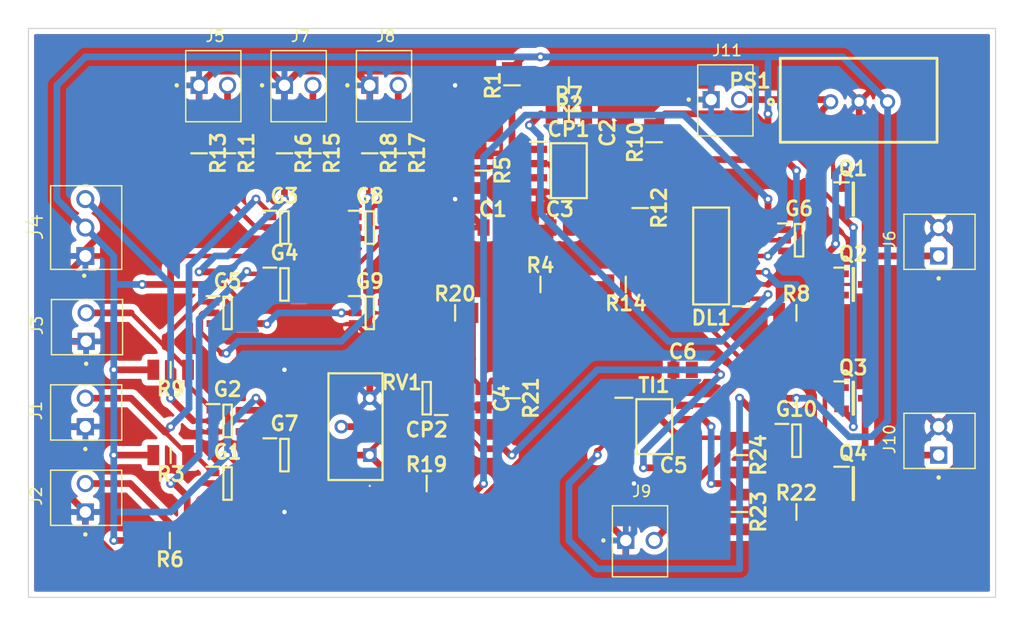
<source format=kicad_pcb>
(kicad_pcb (version 20211014) (generator pcbnew)
  (title_block (title "TSAL") (date "2022-12-04") (rev "V1.0") (company "EPSA"))
  (layers (0 "F.Cu" signal) (31 "B.Cu" signal) (34 "B.Paste" user) (35 "F.Paste" user) (36 "B.SilkS" user "B.Silkscreen") (37 "F.SilkS" user "F.Silkscreen") (38 "B.Mask" user) (39 "F.Mask" user) (44 "Edge.Cuts" user))
  (net 0 "")
  (net 1 "0")
  (net 2 "Net-(C1-Pad2)")
  (net 3 "+5V")
  (net 4 "Net-(C3-Pad2)")
  (net 5 "Net-(C4-Pad1)")
  (net 6 "Net-(C5-Pad2)")
  (net 7 "Net-(C6-Pad2)")
  (net 8 "CLR")
  (net 9 "mid Pot")
  (net 10 "PRE")
  (net 11 "SCS del")
  (net 12 "Net-(CP2-Pad3)")
  (net 13 "SCS")
  (net 17 "AIR 1")
  (net 18 "AIR 2")
  (net 19 "PreCharge")
  (net 20 "VoltageAIR")
  (net 21 "Int AIR 1")
  (net 22 "Net-(G3-Pad4)")
  (net 23 "Int AIR 2")
  (net 24 "Net-(G4-Pad4)")
  (net 25 "Int PreCharge")
  (net 26 "Net-(G5-Pad4)")
  (net 27 "Lightning cond")
  (net 28 "Net-(G6-Pad4)")
  (net 29 "Net-(G8-Pad4)")
  (net 30 "SCS log")
  (net 31 "Clign")
  (net 32 "Net-(G10-Pad4)")
  (net 33 "Net-(J5-Pad2)")
  (net 34 "Net-(J6-Pad1)")
  (net 35 "Net-(J7-Pad2)")
  (net 36 "Net-(J8-Pad2)")
  (net 37 "DC-Link In")
  (net 38 "Net-(J10-Pad1)")
  (net 39 "+12V")
  (net 40 "Net-(Q2-Pad2)")
  (net 41 "Net-(Q4-Pad2)")
  (net 42 "Net-(R14-Pad2)")
  (net 43 "Net-(R23-Pad1)")
  (net 44 "Net-(G7-Pad2)")
  (net 45 "Net-(G7-Pad1)")
  (footprint "EPSA_lib:RESC3216X70N" (layer "F.Cu") (at 114.3 43.18 180)
    (fp_text reference "R2")
    (fp_text value "Résistance RK73H2BLTDD2152F" hide)
  )
  (footprint "EPSA_lib:MOLEX_22-11-2022" (layer "F.Cu") (at 88.9 43.18)
    (fp_text reference "J7")
    (fp_text value "2P Droit")
  )
  (footprint "EPSA_lib:MOLEX_22-11-2032" (layer "F.Cu") (at 71.12 58.42 90)
    (fp_text reference "J4")
    (fp_text value "3P Droit")
  )
  (footprint "EPSA_lib:RESC3216X70N" (layer "F.Cu") (at 78.74 68.58 180)
    (fp_text reference "R9")
    (fp_text value "Résistance RK73H2BLTDD2152F" hide)
  )
  (footprint "EPSA_lib:RESC3216X70N" (layer "F.Cu") (at 114.3 45.72)
    (fp_text reference "R7")
    (fp_text value "Résistance RK73H2BLTDD2152F" hide)
  )
  (footprint "EPSA_lib:SOIC127P600X175-8N" (layer "F.Cu") (at 121.92 73.66)
    (fp_text reference "TI1")
    (fp_text value "Timer 555 LM555CMX_NOPB" hide)
  )
  (footprint "EPSA_lib:CAPC2012X130N" (layer "F.Cu") (at 123.64 78.74)
    (fp_text reference "C5")
    (fp_text value "Condensateur 0805Y1000104JXT" hide)
  )
  (footprint "EPSA_lib:SOT95P280X145-5N" (layer "F.Cu") (at 96.52 63.5)
    (fp_text reference "G9")
    (fp_text value "Gate AND SN74AHCT1G08DBVR" hide)
  )
  (footprint "EPSA_lib:MOLEX_22-11-2022" (layer "F.Cu") (at 127 44.4515)
    (fp_text reference "J11")
    (fp_text value "2P Droit")
  )
  (footprint "EPSA_lib:RESC3216X70N" (layer "F.Cu") (at 129.54 76.2 -90)
    (fp_text reference "R24")
    (fp_text value "Résistance RK73H2BLTDD2152F" hide)
  )
  (footprint "EPSA_lib:CAPC2012X130N" (layer "F.Cu") (at 119.38 47.44 90)
    (fp_text reference "C2")
    (fp_text value "Condensateur 0805Y1000104JXT" hide)
  )
  (footprint "EPSA_lib:RESC3216X70N" (layer "F.Cu") (at 134.62 63.5)
    (fp_text reference "R8")
    (fp_text value "Résistance RK73H2BLTDD2152F" hide)
  )
  (footprint "EPSA_lib:RESC3216X70N" (layer "F.Cu") (at 83.82 49.25 -90)
    (fp_text reference "R11")
    (fp_text value "Résistance RK73H2BLTDD2152F" hide)
  )
  (footprint "EPSA_lib:SOT95P237X112-3N" (layer "F.Cu") (at 139.7 78.74)
    (fp_text reference "Q4")
    (fp_text value "NMOS SQ2348ES-T1_GE3" hide)
  )
  (footprint "EPSA_lib:SOT95P280X145-5N" (layer "F.Cu") (at 83.82 78.74)
    (fp_text reference "G1")
    (fp_text value "Gate AND SN74AHCT1G08DBVR" hide)
  )
  (footprint "EPSA_lib:SOT95P280X145-5N" (layer "F.Cu") (at 88.9 60.96)
    (fp_text reference "G4")
    (fp_text value "Gate XOR SN74AHCT1G86DBVR" hide)
  )
  (footprint "EPSA_lib:RESC3216X70N" (layer "F.Cu") (at 134.62 81.28)
    (fp_text reference "R22")
    (fp_text value "Résistance RK73H2BLTDD2152F" hide)
  )
  (footprint "EPSA_lib:SOT95P280X145-5N" (layer "F.Cu") (at 96.52 55.88)
    (fp_text reference "G8")
    (fp_text value "Gate AND SN74AHCT1G08DBVR" hide)
  )
  (footprint "EPSA_lib:RESC3216X70N" (layer "F.Cu") (at 109.22 71.12 -90)
    (fp_text reference "R21")
    (fp_text value "Résistance RK73H2BLTDD2152F" hide)
  )
  (footprint "EPSA_lib:RESC3216X70N" (layer "F.Cu") (at 78.665 83.82 180)
    (fp_text reference "R6")
    (fp_text value "Résistance RK73H2BLTDD2152F" hide)
  )
  (footprint "EPSA_lib:RESC3216X70N" (layer "F.Cu") (at 111.76 60.96)
    (fp_text reference "R4")
    (fp_text value "Résistance RK73H2BLTDD2152F" hide)
  )
  (footprint "EPSA_lib:MOLEX_22-11-2022" (layer "F.Cu") (at 71.195 66.04 90)
    (fp_text reference "J3")
    (fp_text value "2P Droit")
  )
  (footprint "EPSA_lib:CAPC2012X130N" (layer "F.Cu") (at 106.68 71.12 -90)
    (fp_text reference "C4")
    (fp_text value "Condensateur 0805Y1000104JXT" hide)
  )
  (footprint "EPSA_lib:RESC3216X70N" (layer "F.Cu") (at 99.06 49.25 -90)
    (fp_text reference "R17")
    (fp_text value "Résistance RK73H2BLTDD2152F" hide)
  )
  (footprint "EPSA_lib:SOT95P237X112-3N" (layer "F.Cu") (at 139.7 60.96)
    (fp_text reference "Q2")
    (fp_text value "NMOS SQ2348ES-T1_GE3" hide)
  )
  (footprint "EPSA_lib:SOT95P280X145-5N" (layer "F.Cu") (at 134.62 74.9139)
    (fp_text reference "G10")
    (fp_text value "Gate NAND SN74AHCT1G00DBVR" hide)
  )
  (footprint "EPSA_lib:CAPC2012X130N" (layer "F.Cu") (at 107.5 55.88)
    (fp_text reference "C1")
    (fp_text value "Condensateur 0805Y1000104JXT" hide)
  )
  (footprint "EPSA_lib:CAPC2012X130N" (layer "F.Cu") (at 124.46 68.58)
    (fp_text reference "C6")
    (fp_text value "Condensateur 0805Y1000104JXT" hide)
  )
  (footprint "EPSA_lib:SOT95P280X145-5N" (layer "F.Cu") (at 83.82 63.5)
    (fp_text reference "G5")
    (fp_text value "Gate XOR SN74AHCT1G86DBVR" hide)
  )
  (footprint "EPSA_lib:RESC3216X70N" (layer "F.Cu") (at 119.38 60.96 180)
    (fp_text reference "R14")
    (fp_text value "Résistance RK73H2BLTDD2152F" hide)
  )
  (footprint "EPSA_lib:SOT95P280X145-5N" (layer "F.Cu") (at 134.853922 57.012203)
    (fp_text reference "G6")
    (fp_text value "Gate NAND SN74AHCT1G00DBVR" hide)
  )
  (footprint "EPSA_lib:SOIC127P600X175-14N" (layer "F.Cu") (at 127 58.42 180)
    (fp_text reference "DL1")
    (fp_text value "Bascule D SN74HCS72QDRQ1" hide)
  )
  (footprint "EPSA_lib:SOT95P237X112-3N" (layer "F.Cu") (at 139.7 53.34)
    (fp_text reference "Q1")
    (fp_text value "PMOS SI2343CDS-T1-GE3" hide)
  )
  (footprint "EPSA_lib:MOLEX_22-11-2022" (layer "F.Cu") (at 71.12 73.66 90)
    (fp_text reference "J1")
    (fp_text value "2P Droit")
  )
  (footprint "EPSA_lib:MOLEX_22-11-2022" (layer "F.Cu") (at 81.28 43.18)
    (fp_text reference "J5")
    (fp_text value "2P Droit ")
  )
  (footprint "EPSA_lib:RESC3216X70N" (layer "F.Cu") (at 109.22 43.18 90)
    (fp_text reference "R1")
    (fp_text value "Résistance RK73H2BLTDD2152F" hide)
  )
  (footprint "EPSA_lib:CAPC2012X130N" (layer "F.Cu") (at 113.48 55.88)
    (fp_text reference "C3")
    (fp_text value "Condensateur 0805Y1000104JXT" hide)
  )
  (footprint "EPSA_lib:SOT95P280X145-5N" (layer "F.Cu") (at 88.9 76.2)
    (fp_text reference "G7")
    (fp_text value "Gate AND SN74AHCT1G08DBVR" hide)
  )
  (footprint "EPSA_lib:SOIC127P600X175-8N" (layer "F.Cu") (at 114.3 50.8)
    (fp_text reference "CP1")
    (fp_text value "Comparateur Double LM393LVDR" hide)
  )
  (footprint "EPSA_lib:SOT95P280X145-5N" (layer "F.Cu") (at 101.6 71.12 180)
    (fp_text reference "CP2")
    (fp_text value "Comparateur TS391ILT" hide)
  )
  (footprint "EPSA_lib:MOLEX_22-11-2022" (layer "F.Cu") (at 71.12 81.28 90)
    (fp_text reference "J2")
    (fp_text value "2P Droit")
  )
  (footprint "EPSA_lib:MOLEX_22-11-2022" (layer "F.Cu") (at 119.38 83.82)
    (fp_text reference "J9")
    (fp_text value "2P Droit")
  )
  (footprint "EPSA_lib:SOT95P237X112-3N" (layer "F.Cu") (at 139.7 71.12)
    (fp_text reference "Q3")
    (fp_text value "PMOS SI2343CDS-T1-GE3" hide)
  )
  (footprint "EPSA_lib:SOT95P280X145-5N" (layer "F.Cu") (at 83.82 73.142567)
    (fp_text reference "G2")
    (fp_text value "Gate AND SN74AHCT1G08DBVR" hide)
  )
  (footprint "EPSA_lib:RESC3216X70N" (layer "F.Cu") (at 96.52 49.25 -90)
    (fp_text reference "R18")
    (fp_text value "Résistance RK73H2BLTDD2152F" hide)
  )
  (footprint "EPSA_lib:RESC3216X70N" (layer "F.Cu") (at 88.9 49.25 -90)
    (fp_text reference "R16")
    (fp_text value "Résistance RK73H2BLTDD2152F" hide)
  )
  (footprint "EPSA_lib:RESC3216X70N" (layer "F.Cu") (at 81.28 49.25 -90)
    (fp_text reference "R13")
    (fp_text value "Résistance RK73H2BLTDD2152F" hide)
  )
  (footprint "EPSA_lib:3296Y1223LF" (layer "F.Cu") (at 96.52 76.2)
    (fp_text reference "RV1")
    (fp_text value "Varystor 3296Y-1-223LF" hide)
  )
  (footprint "EPSA_lib:RESC3216X70N" (layer "F.Cu") (at 120.664 54.136222 -90)
    (fp_text reference "R12")
    (fp_text value "Résistance RK73H2BLTDD2152F" hide)
  )
  (footprint "EPSA_lib:RESC3216X70N" (layer "F.Cu") (at 129.54 81.28 -90)
    (fp_text reference "R23")
    (fp_text value "Résistance RK73H2BLTDD2152F" hide)
  )
  (footprint "EPSA_lib:RESC3216X70N" (layer "F.Cu") (at 78.74 76.2 180)
    (fp_text reference "R3")
    (fp_text value "Résistance RK73H2BLTDD2152F" hide)
  )
  (footprint "EPSA_lib:RESC3216X70N" (layer "F.Cu") (at 104.14 63.5)
    (fp_text reference "R20")
    (fp_text value "Résistance RK73H2BLTDD2152F" hide)
  )
  (footprint "EPSA_lib:RESC3216X70N" (layer "F.Cu") (at 91.44 49.25 -90)
    (fp_text reference "R15")
    (fp_text value "Résistance RK73H2BLTDD2152F" hide)
  )
  (footprint "EPSA_lib:MOLEX_22-11-2022" (layer "F.Cu") (at 96.52 43.18)
    (fp_text reference "J8")
    (fp_text value "2P Droit")
  )
  (footprint "EPSA_lib:RESC3216X70N" (layer "F.Cu") (at 106.68 50.8 -90)
    (fp_text reference "R5")
    (fp_text value "Résistance RK73H2BLTDD2152F" hide)
  )
  (footprint "EPSA_lib:MOLEX_22-11-2022" (layer "F.Cu") (at 147.32 58.42 90)
    (fp_text reference "J6")
    (fp_text value "2P Droit")
  )
  (footprint "EPSA_lib:MOLEX_22-11-2022" (layer "F.Cu") (at 147.32 76.2 90)
    (fp_text reference "J10")
    (fp_text value "2P Droit")
  )
  (footprint "EPSA_lib:RESC3216X70N" (layer "F.Cu") (at 101.6 78.74)
    (fp_text reference "R19")
    (fp_text value "Résistance RK73H2BLTDD2152F" hide)
  )
  (footprint "EPSA_lib:RESC3216X70N" (layer "F.Cu") (at 121.92 48.26 90)
    (fp_text reference "R10")
    (fp_text value "Résistance RK73H2BLTDD2152F" hide)
  )
  (footprint "EPSA_lib:TSR-2" (layer "F.Cu") (at 133.17768 40.763)
    (fp_text reference "PS1")
    (fp_text value "Alim HP TSR_2-2450" hide)
  )
  (footprint "EPSA_lib:SOT95P280X145-5N" (layer "F.Cu") (at 88.9 55.88)
    (fp_text reference "G3")
    (fp_text value "Gate XOR SN74AHCT1G86DBVR" hide)
  )
  (gr_rect (start 66.04 38.1) (end 152.4 88.9) (layer "Edge.Cuts") (width 0.1) (fill none))
  (segment (start 102.9 71.12) (end 105.23 71.12) (width 0.4) (layer "F.Cu") (net 1))
  (segment (start 86.36 66.04) (end 83.82 68.58) (width 0.6) (layer "F.Cu") (net 1))
  (segment (start 120.664 52.586222) (end 127.688222 52.586222) (width 0.6) (layer "F.Cu") (net 1))
  (segment (start 96.52 65.75) (end 95.22 64.45) (width 0.4) (layer "F.Cu") (net 1))
  (segment (start 88.9 68.58) (end 88.9 66.04) (width 0.6) (layer "F.Cu") (net 1))
  (segment (start 83.82 68.58) (end 83.82 73.66) (width 0.4) (layer "F.Cu") (net 1))
  (segment (start 149.86 76.19) (end 149.86 71.12) (width 0.6) (layer "F.Cu") (net 1))
  (segment (start 122.384 68.58) (end 119.209 71.755) (width 0.6) (layer "F.Cu") (net 1))
  (segment (start 96.52 43.18) (end 95.255 41.915) (width 0.6) (layer "F.Cu") (net 1))
  (segment (start 106.68 71.94) (end 108.49 71.94) (width 0.4) (layer "F.Cu") (net 1))
  (segment (start 101.6 43.19) (end 102.875 41.915) (width 0.6) (layer "F.Cu") (net 1))
  (segment (start 71.12 81.28) (end 68.58 78.74) (width 0.6) (layer "F.Cu") (net 1))
  (segment (start 127 43.18) (end 129.54 40.64) (width 0.6) (layer "F.Cu") (net 1))
  (segment (start 87.6 56.83) (end 87.535 56.895) (width 0.6) (layer "F.Cu") (net 1))
  (segment (start 71.12 58.42) (end 71.12 57.86) (width 0.6) (layer "F.Cu") (net 1))
  (segment (start 114.3 78.74) (end 114.3 73.66) (width 0.6) (layer "F.Cu") (net 1))
  (segment (start 96.52 43.18) (end 96.52 47.7) (width 0.6) (layer "F.Cu") (net 1))
  (segment (start 68.58 73.66) (end 68.58 66.04) (width 0.6) (layer "F.Cu") (net 1))
  (segment (start 87.535 56.895) (end 79.755 56.895) (width 0.4) (layer "F.Cu") (net 1))
  (segment (start 90.165 41.915) (end 88.9 43.18) (width 0.6) (layer "F.Cu") (net 1))
  (segment (start 130.79 86.36) (end 119.38 86.36) (width 0.6) (layer "F.Cu") (net 1))
  (segment (start 133.553922 59.486078) (end 132.08 60.96) (width 0.6) (layer "F.Cu") (net 1))
  (segment (start 116.205 71.755) (end 119.209 71.755) (width 0.4) (layer "F.Cu") (net 1))
  (segment (start 102.875 41.915) (end 104.14 43.18) (width 0.6) (layer "F.Cu") (net 1))
  (segment (start 136.20468 40.64) (end 140.21768 44.653) (width 0.6) (layer "F.Cu") (net 1))
  (segment (start 68.58 60.96) (end 68.58 66.04) (width 0.6) (layer "F.Cu") (net 1))
  (segment (start 68.58 78.74) (end 68.58 73.66) (width 0.6) (layer "F.Cu") (net 1))
  (segment (start 134.47 82.68) (end 130.79 86.36) (width 0.6) (layer "F.Cu") (net 1))
  (segment (start 133.07 81.28) (end 133.07 76.1139) (width 0.4) (layer "F.Cu") (net 1))
  (segment (start 95.22 64.45) (end 93.63 66.04) (width 0.4) (layer "F.Cu") (net 1))
  (segment (start 134.47 82.68) (end 143.37 82.68) (width 0.6) (layer "F.Cu") (net 1))
  (segment (start 95.255 41.915) (end 90.165 41.915) (width 0.6) (layer "F.Cu") (net 1))
  (segment (start 149.86 71.12) (end 149.86 58.42) (width 0.6) (layer "F.Cu") (net 1))
  (segment (start 123.64 68.58) (end 122.384 68.58) (width 0.6) (layer "F.Cu") (net 1))
  (segment (start 105.69 49.25) (end 104.14 50.8) (width 0.6) (layer "F.Cu") (net 1))
  (segment (start 112.66 55.88) (end 112.66 53.776) (width 0.6) (layer "F.Cu") (net 1))
  (segment (start 147.32 73.66) (end 139.7 66.04) (width 0.6) (layer "F.Cu") (net 1))
  (segment (start 87.6 79.98) (end 88.9 81.28) (width 0.6) (layer "F.Cu") (net 1))
  (segment (start 87.6 61.91) (end 88.9 63.21) (width 0.4) (layer "F.Cu") (net 1))
  (segment (start 71.12 57.86) (end 75.92 53.06) (width 0.6) (layer "F.Cu") (net 1))
  (segment (start 109.22 72.67) (end 110.12 73.57) (width 0.6) (layer "F.Cu") (net 1))
  (segment (start 87.6 79.085) (end 86.195 80.49) (width 0.4) (layer "F.Cu") (net 1))
  (segment (start 119.38 83.82) (end 114.3 78.74) (width 0.6) (layer "F.Cu") (net 1))
  (segment (start 106.68 60.96) (end 106.68 55.88) (width 0.6) (layer "F.Cu") (net 1))
  (segment (start 110.21 73.66) (end 110.12 73.57) (width 0.6) (layer "F.Cu") (net 1))
  (segment (start 73.787207 85.22) (end 71.12 82.552793) (width 0.6) (layer "F.Cu") (net 1))
  (segment (start 119.38 86.36) (end 119.38 83.82) (width 0.6) (layer "F.Cu") (net 1))
  (segment (start 88.9 66.04) (end 86.36 66.04) (width 0.6) (layer "F.Cu") (net 1))
  (segment (start 71.195 66.04) (end 68.58 66.04) (width 0.6) (layer "F.Cu") (net 1))
  (segment (start 111.76 63.5) (end 109.22 63.5) (width 0.6) (layer "F.Cu") (net 1))
  (segment (start 95.22 56.83) (end 96.145 56.83) (width 0.4) (layer "F.Cu") (net 1))
  (segment (start 119.29 46.62) (end 117.615 44.945) (width 0.6) (layer "F.Cu") (net 1))
  (segment (start 117.615 44.945) (end 119.38 43.18) (width 0.6) (layer "F.Cu") (net 1))
  (segment (start 96.745 54.14) (end 97.935685 52.949315) (width 0.4) (layer "F.Cu") (net 1))
  (segment (start 106.68 55.88) (end 104.14 53.34) (width 0.6) (layer "F.Cu") (net 1))
  (segment (start 143.37 82.68) (end 149.86 76.19) (width 0.6) (layer "F.Cu") (net 1))
  (segment (start 106.68 49.25) (end 105.69 49.25) (width 0.6) (layer "F.Cu") (net 1))
  (segment (start 119.38 43.18) (end 127 43.18) (width 0.6) (layer "F.Cu") (net 1))
  (segment (start 105.412793 81.28) (end 88.9 81.28) (width 0.6) (layer "F.Cu") (net 1))
  (segment (start 88.9 63.21) (end 88.9 66.04) (width 0.6) (layer "F.Cu") (net 1))
  (segment (start 106.05 71.94) (end 106.68 71.94) (width 0.6) (layer "F.Cu") (net 1))
  (segment (start 140.21768 48.77768) (end 147.32 55.88) (width 0.6) (layer "F.Cu") (net 1))
  (segment (start 129.54 40.64) (end 136.20468 40.64) (width 0.6) (layer "F.Cu") (net 1))
  (segment (start 104.14 50.8) (end 104.14 53.34) (width 0.6) (layer "F.Cu") (net 1))
  (segment (start 114.3 73.66) (end 110.21 73.66) (width 0.6) (layer "F.Cu") (net 1))
  (segment (start 81.28 43.18) (end 81.28 47.7) (width 0.6) (layer "F.Cu") (net 1))
  (segment (start 139.7 66.04) (end 134.62 66.04) (width 0.6) (layer "F.Cu") (net 1))
  (segment (start 86.195 80.49) (end 84.61 80.49) (width 0.4) (layer "F.Cu") (net 1))
  (segment (start 96.745 56.23) (end 96.745 54.14) (width 0.4) (layer "F.Cu") (net 1))
  (segment (start 147.32 73.66) (end 149.86 71.12) (width 0.6) (layer "F.Cu") (net 1))
  (segment (start 82.545 41.915) (end 81.28 43.18) (width 0.6) (layer "F.Cu") (net 1))
  (segment (start 134.62 66.04) (end 133.07 64.49) (width 0.6) (layer "F.Cu") (net 1))
  (segment (start 110.12 76.572793) (end 105.412793 81.28) (width 0.6) (layer "F.Cu") (net 1))
  (segment (start 111.76 56.78) (end 111.76 63.5) (width 0.6) (layer "F.Cu") (net 1))
  (segment (start 110.12 73.57) (end 110.12 76.572793) (width 0.6) (layer "F.Cu") (net 1))
  (segment (start 133.07 76.1139) (end 133.32 75.8639) (width 0.4) (layer "F.Cu") (net 1))
  (segment (start 127 44.4515) (end 127 43.18) (width 0.6) (layer "F.Cu") (net 1))
  (segment (start 96.52 71.12) (end 96.52 65.75) (width 0.6) (layer "F.Cu") (net 1))
  (segment (start 117.615 44.945) (end 115.85 43.18) (width 0.4) (layer "F.Cu") (net 1))
  (segment (start 93.63 66.04) (end 88.9 66.04) (width 0.6) (layer "F.Cu") (net 1))
  (segment (start 71.12 58.42) (end 68.58 60.96) (width 0.6) (layer "F.Cu") (net 1))
  (segment (start 71.12 82.552793) (end 71.12 81.28) (width 0.6) (layer "F.Cu") (net 1))
  (segment (start 120.664 52.586222) (end 122.384 54.306222) (width 0.6) (layer "F.Cu") (net 1))
  (segment (start 83.82 73.66) (end 83.387433 74.092567) (width 0.4) (layer "F.Cu") (net 1))
  (segment (start 105.23 71.12) (end 106.05 71.94) (width 0.4) (layer "F.Cu") (net 1))
  (segment (start 87.6 79.085) (end 87.6 79.98) (width 0.6) (layer "F.Cu") (net 1))
  (segment (start 88.9 43.18) (end 88.9 47.7) (width 0.6) (layer "F.Cu") (net 1))
  (segment (start 87.6 77.15) (end 87.6 79.085) (width 0.6) (layer "F.Cu") (net 1))
  (segment (start 84.61 80.49) (end 84.61 81.85) (width 0.6) (layer "F.Cu") (net 1))
  (segment (start 84.61 81.85) (end 81.24 85.22) (width 0.6) (layer "F.Cu") (net 1))
  (segment (start 133.553922 57.962203) (end 133.553922 59.486078) (width 0.4) (layer "F.Cu") (net 1))
  (segment (start 140.21768 44.653) (end 140.21768 48.77768) (width 0.6) (layer "F.Cu") (net 1))
  (segment (start 97.935685 52.949315) (end 99.335685 52.949315) (width 0.6) (layer "F.Cu") (net 1))
  (segment (start 127.688222 52.586222) (end 129.712 54.61) (width 0.4) (layer "F.Cu") (net 1))
  (segment (start 108.49 71.94) (end 109.22 72.67) (width 0.4) (layer "F.Cu") (net 1))
  (segment (start 114.3 73.66) (end 116.205 71.755) (width 0.6) (layer "F.Cu") (net 1))
  (segment (start 122.82 78.74) (end 120.1085 78.74) (width 0.6) (layer "F.Cu") (net 1))
  (segment (start 71.12 73.66) (end 68.58 73.66) (width 0.6) (layer "F.Cu") (net 1))
  (segment (start 133.07 59.97) (end 133.553922 59.486078) (width 0.6) (layer "F.Cu") (net 1))
  (segment (start 133.07 81.28) (end 134.47 82.68) (width 0.6) (layer "F.Cu") (net 1))
  (segment (start 88.9 43.18) (end 87.635 41.915) (width 0.6) (layer "F.Cu") (net 1))
  (segment (start 133.07 63.5) (end 133.07 59.97) (width 0.6) (layer "F.Cu") (net 1))
  (segment (start 83.387433 74.092567) (end 82.52 74.092567) (width 0.4) (layer "F.Cu") (net 1))
  (segment (start 112.66 53.776) (end 111.589 52.705) (width 0.4) (layer "F.Cu") (net 1))
  (segment (start 83.82 66.04) (end 82.52 64.74) (width 0.4) (layer "F.Cu") (net 1))
  (segment (start 83.32 80.49) (end 82.52 79.69) (width 0.4) (layer "F.Cu") (net 1))
  (segment (start 81.24 85.22) (end 73.787207 85.22) (width 0.6) (layer "F.Cu") (net 1))
  (segment (start 86.36 66.04) (end 83.82 66.04) (width 0.6) (layer "F.Cu") (net 1))
  (segment (start 87.635 41.915) (end 82.545 41.915) (width 0.6) (layer "F.Cu") (net 1))
  (segment (start 112.66 55.88) (end 111.76 56.78) (width 0.6) (layer "F.Cu") (net 1))
  (segment (start 84.61 80.49) (end 83.32 80.49) (width 0.4) (layer "F.Cu") (net 1))
  (segment (start 79.755 56.895) (end 75.92 53.06) (width 0.6) (layer "F.Cu") (net 1))
  (segment (start 75.92 53.06) (end 81.28 47.7) (width 0.6) (layer "F.Cu") (net 1))
  (segment (start 119.38 46.62) (end 119.29 46.62) (width 0.6) (layer "F.Cu") (net 1))
  (segment (start 99.335685 52.949315) (end 101.6 50.685) (width 0.6) (layer "F.Cu") (net 1))
  (segment (start 101.6 50.685) (end 101.6 43.19) (width 0.6) (layer "F.Cu") (net 1))
  (segment (start 149.86 58.42) (end 147.32 55.88) (width 0.6) (layer "F.Cu") (net 1))
  (segment (start 122.384 54.306222) (end 122.384 68.58) (width 0.6) (layer "F.Cu") (net 1))
  (segment (start 132.08 60.96) (end 129.712 60.96) (width 0.4) (layer "F.Cu") (net 1))
  (segment (start 109.22 63.5) (end 106.68 60.96) (width 0.6) (layer "F.Cu") (net 1))
  (segment (start 95.255 41.915) (end 102.875 41.915) (width 0.6) (layer "F.Cu") (net 1))
  (segment (start 96.145 56.83) (end 96.745 56.23) (width 0.4) (layer "F.Cu") (net 1))
  (segment (start 133.07 64.49) (end 133.07 63.5) (width 0.6) (layer "F.Cu") (net 1))
  (segment (start 82.52 64.74) (end 82.52 64.45) (width 0.4) (layer "F.Cu") (net 1))
  (via (at 88.9 81.28) (size 0.8) (drill 0.4) (layers "F.Cu" "B.Cu") (net 1))
  (via (at 104.14 43.18) (size 0.8) (drill 0.4) (layers "F.Cu" "B.Cu") (net 1))
  (via (at 104.14 53.34) (size 0.8) (drill 0.4) (layers "F.Cu" "B.Cu") (net 1))
  (via (at 88.9 68.58) (size 0.8) (drill 0.4) (layers "F.Cu" "B.Cu") (net 1))
  (via (at 120.1085 78.74) (size 0.8) (drill 0.4) (layers "F.Cu" "B.Cu") (net 1))
  (segment (start 88.9 81.28) (end 88.9 68.58) (width 0.6) (layer "B.Cu") (net 1))
  (segment (start 104.14 43.18) (end 104.14 53.34) (width 0.6) (layer "B.Cu") (net 1))
  (segment (start 120.1085 83.0915) (end 119.38 83.82) (width 0.6) (layer "B.Cu") (net 1))
  (segment (start 120.1085 78.74) (end 120.1085 83.0915) (width 0.6) (layer "B.Cu") (net 1))
  (segment (start 108.32 53.99) (end 108.32 55.88) (width 0.6) (layer "F.Cu") (net 2))
  (segment (start 107.595 51.435) (end 106.68 52.35) (width 0.6) (layer "F.Cu") (net 2))
  (segment (start 110.21 60.96) (end 110.21 57.77) (width 0.6) (layer "F.Cu") (net 2))
  (segment (start 106.68 52.35) (end 108.32 53.99) (width 0.6) (layer "F.Cu") (net 2))
  (segment (start 110.21 57.77) (end 108.32 55.88) (width 0.6) (layer "F.Cu") (net 2))
  (segment (start 111.589 51.435) (end 107.595 51.435) (width 0.4) (layer "F.Cu") (net 2))
  (segment (start 78.74 59.5175) (end 79.8375 58.42) (width 0.6) (layer "F.Cu") (net 3))
  (segment (start 102.55 48.3) (end 105.905 44.945) (width 0.6) (layer "F.Cu") (net 3))
  (segment (start 136.153922 56.062203) (end 136.153922 51.061129) (width 0.4) (layer "F.Cu") (net 3))
  (segment (start 130.5361 68.58) (end 130.5361 68.4781) (width 0.6) (layer "F.Cu") (net 3))
  (segment (start 135.92 73.9639) (end 132.57805 70.62195) (width 0.6) (layer "F.Cu") (net 3))
  (segment (start 97.82 62.55) (end 98.095 62.55) (width 0.6) (layer "F.Cu") (net 3))
  (segment (start 97.82 54.93) (end 102.55 54.93) (width 0.4) (layer "F.Cu") (net 3))
  (segment (start 85.12 72.192567) (end 87.142567 72.192567) (width 0.6) (layer "F.Cu") (net 3))
  (segment (start 132.716397 47.623603) (end 132.08 46.987206) (width 0.6) (layer "F.Cu") (net 3))
  (segment (start 115.85 45.72) (end 115.85 47.734) (width 0.4) (layer "F.Cu") (net 3))
  (segment (start 105.905 44.945) (end 109.22 41.63) (width 0.6) (layer "F.Cu") (net 3))
  (segment (start 91.15 76.2) (end 90.2 75.25) (width 0.6) (layer "F.Cu") (net 3))
  (segment (start 132.716397 47.623603) (end 130.812793 45.72) (width 0.6) (layer "F.Cu") (net 3))
  (segment (start 130.812793 45.72) (end 122.91 45.72) (width 0.6) (layer "F.Cu") (net 3))
  (segment (start 73.66 76.2) (end 77.19 76.2) (width 0.6) (layer "F.Cu") (net 3))
  (segment (start 85.12 77.5) (end 83.82 76.2) (width 0.4) (layer "F.Cu") (net 3))
  (segment (start 132.08 46.987206) (end 132.08 45.72) (width 0.6) (layer "F.Cu") (net 3))
  (segment (start 132.57805 70.62195) (end 133.0761 71.12) (width 0.6) (layer "F.Cu") (net 3))
  (segment (start 130.5361 68.4781) (end 124.288 62.23) (width 0.4) (layer "F.Cu") (net 3))
  (segment (start 100.05 78.74) (end 99.06 78.74) (width 0.6) (layer "F.Cu") (net 3))
  (segment (start 86.36 71.12) (end 87.142567 71.902567) (width 0.6) (layer "F.Cu") (net 3))
  (segment (start 122.91 45.72) (end 121.92 46.71) (width 0.6) (layer "F.Cu") (net 3))
  (segment (start 110.21 40.64) (end 111.76 40.64) (width 0.6) (layer "F.Cu") (net 3))
  (segment (start 85.12 77.79) (end 85.12 77.5) (width 0.6) (layer "F.Cu") (net 3))
  (segment (start 130.5361 68.58) (end 127.3611 71.755) (width 0.6) (layer "F.Cu") (net 3))
  (segment (start 78.74 60.615) (end 78.74 59.5175) (width 0.6) (layer "F.Cu") (net 3))
  (segment (start 88.61 58.42) (end 88.755 58.565) (width 0.4) (layer "F.Cu") (net 3))
  (segment (start 96.52 76.2) (end 91.15 76.2) (width 0.6) (layer "F.Cu") (net 3))
  (segment (start 117.011 48.895) (end 118.745 48.895) (width 0.4) (layer "F.Cu") (net 3))
  (segment (start 96.52 75.85) (end 100.3 72.07) (width 0.4) (layer "F.Cu") (net 3))
  (segment (start 87.142567 71.902567) (end 87.142567 72.192567) (width 0.6) (layer "F.Cu") (net 3))
  (segment (start 79.8375 58.42) (end 88.61 58.42) (width 0.4) (layer "F.Cu") (net 3))
  (segment (start 73.66 83.82) (end 77.115 83.82) (width 0.6) (layer "F.Cu") (net 3))
  (segment (start 87.142567 72.192567) (end 91.15 76.2) (width 0.6) (layer "F.Cu") (net 3))
  (segment (start 85.12 62.55) (end 83.53 60.96) (width 0.4) (layer "F.Cu") (net 3))
  (segment (start 99.06 61.585) (end 99.06 56.17) (width 0.4) (layer "F.Cu") (net 3))
  (segment (start 119.38 48.26) (end 120.37 48.26) (width 0.6) (layer "F.Cu") (net 3))
  (segment (start 90.2 54.93) (end 89.85 54.93) (width 0.6) (layer "F.Cu") (net 3))
  (segment (start 99.06 78.74) (end 96.52 76.2) (width 0.6) (layer "F.Cu") (net 3))
  (segment (start 98.095 62.55) (end 99.06 61.585) (width 0.4) (layer "F.Cu") (net 3))
  (segment (start 120.37 48.26) (end 121.92 46.71) (width 0.6) (layer "F.Cu") (net 3))
  (segment (start 96.52 76.2) (end 96.52 75.85) (width 0.6) (layer "F.Cu") (net 3))
  (segment (start 133.0761 71.12) (end 134.62 71.12) (width 0.6) (layer "F.Cu") (net 3))
  (segment (start 99.06 56.17) (end 97.82 54.93) (width 0.4) (layer "F.Cu") (net 3))
  (segment (start 105.905 44.945) (end 110.21 40.64) (width 0.6) (layer "F.Cu") (net 3))
  (segment (start 89.85 54.93) (end 88.755 56.025) (width 0.4) (layer "F.Cu") (net 3))
  (segment (start 102.55 54.93) (end 102.55 48.3) (width 0.6) (layer "F.Cu") (net 3))
  (segment (start 118.745 48.895) (end 119.38 48.26) (width 0.6) (layer "F.Cu") (net 3))
  (segment (start 88.755 58.565) (end 90.2 60.01) (width 0.4) (layer "F.Cu") (net 3))
  (segment (start 132.57805 70.62195) (end 130.5361 68.58) (width 0.6) (layer "F.Cu") (net 3))
  (segment (start 136.153922 51.061129) (end 132.716397 47.623603) (width 0.4) (layer "F.Cu") (net 3))
  (segment (start 83.53 60.96) (end 76.2 60.96) (width 0.6) (layer "F.Cu") (net 3))
  (segment (start 88.755 56.025) (end 88.755 58.565) (width 0.4) (layer "F.Cu") (net 3))
  (segment (start 73.66 68.58) (end 77.19 68.58) (width 0.6) (layer "F.Cu") (net 3))
  (segment (start 127.3611 71.755) (end 124.631 71.755) (width 0.4) (layer "F.Cu") (net 3))
  (segment (start 115.85 47.734) (end 117.011 48.895) (width 0.4) (layer "F.Cu") (net 3))
  (via (at 73.66 76.2) (size 0.8) (drill 0.4) (layers "F.Cu" "B.Cu") (net 3))
  (via (at 83.82 76.2) (size 0.8) (drill 0.4) (layers "F.Cu" "B.Cu") (net 3))
  (via (at 86.36 71.12) (size 0.8) (drill 0.4) (layers "F.Cu" "B.Cu") (net 3))
  (via (at 132.08 45.72) (size 0.8) (drill 0.4) (layers "F.Cu" "B.Cu") (net 3))
  (via (at 111.76 40.64) (size 0.8) (drill 0.4) (layers "F.Cu" "B.Cu") (net 3))
  (via (at 73.66 83.82) (size 0.8) (drill 0.4) (layers "F.Cu" "B.Cu") (net 3))
  (via (at 76.2 60.96) (size 0.8) (drill 0.4) (layers "F.Cu" "B.Cu") (net 3))
  (via (at 73.66 68.58) (size 0.8) (drill 0.4) (layers "F.Cu" "B.Cu") (net 3))
  (via (at 134.62 71.12) (size 0.8) (drill 0.4) (layers "F.Cu" "B.Cu") (net 3))
  (segment (start 139.327207 74.56) (end 141.34 74.56) (width 0.6) (layer "B.Cu") (net 3))
  (segment (start 76.2 60.96) (end 73.66 60.96) (width 0.6) (layer "B.Cu") (net 3))
  (segment (start 111.76 40.64) (end 71.12 40.64) (width 0.6) (layer "B.Cu") (net 3))
  (segment (start 73.66 68.58) (end 73.66 76.2) (width 0.6) (layer "B.Cu") (net 3))
  (segment (start 83.82 73.66) (end 86.36 71.12) (width 0.6) (layer "B.Cu") (net 3))
  (segment (start 83.82 76.2) (end 83.82 73.66) (width 0.6) (layer "B.Cu") (net 3))
  (segment (start 138.74468 40.64) (end 111.76 40.64) (width 0.6) (layer "B.Cu") (net 3))
  (segment (start 73.66 78.74) (end 73.66 83.82) (width 0.6) (layer "B.Cu") (net 3))
  (segment (start 83.82 76.2) (end 78.74 81.28) (width 0.6) (layer "B.Cu") (net 3))
  (segment (start 73.66 60.96) (end 73.66 68.58) (width 0.6) (layer "B.Cu") (net 3))
  (segment (start 73.66 76.2) (end 73.66 78.74) (width 0.6) (layer "B.Cu") (net 3))
  (segment (start 135.887207 71.12) (end 139.327207 74.56) (width 0.6) (layer "B.Cu") (net 3))
  (segment (start 142.75768 73.14232) (end 142.75768 44.653) (width 0.6) (layer "B.Cu") (net 3))
  (segment (start 71.12 55.88) (end 73.66 58.42) (width 0.6) (layer "B.Cu") (net 3))
  (segment (start 132.08 45.72) (end 132.08 40.64) (width 0.6) (layer "B.Cu") (net 3))
  (segment (start 68.58 43.18) (end 68.58 53.34) (width 0.6) (layer "B.Cu") (net 3))
  (segment (start 73.66 58.42) (end 73.66 60.96) (width 0.6) (layer "B.Cu") (net 3))
  (segment (start 141.34 74.56) (end 142.75768 73.14232) (width 0.6) (layer "B.Cu") (net 3))
  (segment (start 68.58 53.34) (end 71.12 55.88) (width 0.6) (layer "B.Cu") (net 3))
  (segment (start 134.62 71.12) (end 135.887207 71.12) (width 0.6) (layer "B.Cu") (net 3))
  (segment (start 142.75768 44.653) (end 138.74468 40.64) (width 0.6) (layer "B.Cu") (net 3))
  (segment (start 71.12 40.64) (end 68.58 43.18) (width 0.6) (layer "B.Cu") (net 3))
  (segment (start 78.74 81.28) (end 73.66 81.28) (width 0.6) (layer "B.Cu") (net 3))
  (segment (start 117.682778 52.705) (end 120.664 55.686222) (width 0.4) (layer "F.Cu") (net 4))
  (segment (start 120.664 55.686222) (end 120.664 60.694) (width 0.6) (layer "F.Cu") (net 4))
  (segment (start 117.011 52.705) (end 117.682778 52.705) (width 0.6) (layer "F.Cu") (net 4))
  (segment (start 117.011 52.705) (end 117.011 53.169) (width 0.4) (layer "F.Cu") (net 4))
  (segment (start 120.664 60.694) (end 120.93 60.96) (width 0.6) (layer "F.Cu") (net 4))
  (segment (start 117.011 53.169) (end 114.3 55.88) (width 0.4) (layer "F.Cu") (net 4))
  (segment (start 109.22 69.57) (end 107.41 69.57) (width 0.6) (layer "F.Cu") (net 5))
  (segment (start 105.69 67.59) (end 105.69 69.31) (width 0.6) (layer "F.Cu") (net 5))
  (segment (start 107.41 69.57) (end 106.68 70.3) (width 0.4) (layer "F.Cu") (net 5))
  (segment (start 99.06 68.93) (end 99.06 67.59) (width 0.6) (layer "F.Cu") (net 5))
  (segment (start 105.69 69.31) (end 106.68 70.3) (width 0.4) (layer "F.Cu") (net 5))
  (segment (start 105.69 63.5) (end 105.69 67.59) (width 0.6) (layer "F.Cu") (net 5))
  (segment (start 100.3 70.17) (end 99.06 68.93) (width 0.4) (layer "F.Cu") (net 5))
  (segment (start 99.06 67.59) (end 105.69 67.59) (width 0.6) (layer "F.Cu") (net 5))
  (segment (start 129.54 74.65) (end 124.986 74.65) (width 0.4) (layer "F.Cu") (net 6))
  (segment (start 124.46 78.74) (end 125.45 78.74) (width 0.6) (layer "F.Cu") (net 6))
  (segment (start 122.542 73.025) (end 123.812 74.295) (width 0.6) (layer "F.Cu") (net 6))
  (segment (start 123.812 74.295) (end 124.631 74.295) (width 0.4) (layer "F.Cu") (net 6))
  (segment (start 124.986 74.65) (end 124.631 74.295) (width 0.4) (layer "F.Cu") (net 6))
  (segment (start 125.45 78.74) (end 129.54 74.65) (width 0.6) (layer "F.Cu") (net 6))
  (segment (start 119.209 73.025) (end 122.542 73.025) (width 0.4) (layer "F.Cu") (net 6))
  (segment (start 125.28 68.58) (end 127.4 68.58) (width 0.6) (layer "F.Cu") (net 7))
  (segment (start 120.956707 77.332597) (end 122.863403 77.332597) (width 0.6) (layer "F.Cu") (net 7))
  (segment (start 122.863403 77.332597) (end 124.631 75.565) (width 0.4) (layer "F.Cu") (net 7))
  (segment (start 127.4 68.58) (end 127.836043 69.016043) (width 0.6) (layer "F.Cu") (net 7))
  (via (at 127.836043 69.016043) (size 0.8) (drill 0.4) (layers "F.Cu" "B.Cu") (net 7))
  (via (at 120.956707 77.332597) (size 0.8) (drill 0.4) (layers "F.Cu" "B.Cu") (net 7))
  (segment (start 120.956707 75.895379) (end 120.956707 77.332597) (width 0.6) (layer "B.Cu") (net 7))
  (segment (start 127.836043 69.016043) (end 120.956707 75.895379) (width 0.6) (layer "B.Cu") (net 7))
  (segment (start 111.76 48.724) (end 111.589 48.895) (width 0.6) (layer "F.Cu") (net 8))
  (segment (start 129.712 62.23) (end 131.7095 62.23) (width 0.4) (layer "F.Cu") (net 8))
  (segment (start 111.79943 45.72) (end 110.779629 46.739801) (width 0.6) (layer "F.Cu") (net 8))
  (segment (start 111.76 47.720172) (end 111.76 48.724) (width 0.4) (layer "F.Cu") (net 8))
  (segment (start 131.7095 62.23) (end 132.08 61.8595) (width 0.6) (layer "F.Cu") (net 8))
  (segment (start 110.779629 46.739801) (end 111.76 47.720172) (width 0.6) (layer "F.Cu") (net 8))
  (segment (start 112.75 45.72) (end 111.79943 45.72) (width 0.4) (layer "F.Cu") (net 8))
  (via (at 110.779629 46.739801) (size 0.8) (drill 0.4) (layers "F.Cu" "B.Cu") (net 8))
  (via (at 132.08 61.8595) (size 0.8) (drill 0.4) (layers "F.Cu" "B.Cu") (net 8))
  (segment (start 123.187207 66.04) (end 127.8995 66.04) (width 0.6) (layer "B.Cu") (net 8))
  (segment (start 111.76 54.612793) (end 123.187207 66.04) (width 0.6) (layer "B.Cu") (net 8))
  (segment (start 127.8995 66.04) (end 132.08 61.8595) (width 0.6) (layer "B.Cu") (net 8))
  (segment (start 110.779629 46.739801) (end 111.76 47.720172) (width 0.6) (layer "B.Cu") (net 8))
  (segment (start 111.76 47.720172) (end 111.76 54.612793) (width 0.6) (layer "B.Cu") (net 8))
  (segment (start 111.2 44.73) (end 112.75 43.18) (width 0.4) (layer "F.Cu") (net 9))
  (segment (start 113.678 51.435) (end 112.408 50.165) (width 0.4) (layer "F.Cu") (net 9))
  (segment (start 109.22 44.73) (end 111.2 44.73) (width 0.6) (layer "F.Cu") (net 9))
  (segment (start 112.408 50.165) (end 111.589 50.165) (width 0.4) (layer "F.Cu") (net 9))
  (segment (start 117.011 51.435) (end 113.678 51.435) (width 0.4) (layer "F.Cu") (net 9))
  (segment (start 109.22 49.16) (end 110.225 50.165) (width 0.6) (layer "F.Cu") (net 9))
  (segment (start 109.22 44.73) (end 109.22 49.16) (width 0.6) (layer "F.Cu") (net 9))
  (segment (start 110.225 50.165) (end 111.589 50.165) (width 0.4) (layer "F.Cu") (net 9))
  (segment (start 117.366 49.81) (end 117.011 50.165) (width 0.4) (layer "F.Cu") (net 10))
  (segment (start 121.92 49.81) (end 133.63 49.81) (width 0.6) (layer "F.Cu") (net 10))
  (segment (start 121.92 49.81) (end 117.366 49.81) (width 0.4) (layer "F.Cu") (net 10))
  (segment (start 133.63 49.81) (end 134.62 50.8) (width 0.6) (layer "F.Cu") (net 10))
  (segment (start 132.08 58.42) (end 129.712 58.42) (width 0.4) (layer "F.Cu") (net 10))
  (via (at 134.62 50.8) (size 0.8) (drill 0.4) (layers "F.Cu" "B.Cu") (net 10))
  (via (at 132.08 58.42) (size 0.8) (drill 0.4) (layers "F.Cu" "B.Cu") (net 10))
  (segment (start 134.62 55.88) (end 132.08 58.42) (width 0.6) (layer "B.Cu") (net 10))
  (segment (start 134.62 50.8) (end 134.62 55.88) (width 0.6) (layer "B.Cu") (net 10))
  (segment (start 131.893707 59.874207) (end 129.896207 59.874207) (width 0.4) (layer "F.Cu") (net 11))
  (segment (start 103.15 72.32) (end 102.9 72.07) (width 0.6) (layer "F.Cu") (net 11))
  (segment (start 108.512892 75.634315) (end 106.464315 75.634315) (width 0.6) (layer "F.Cu") (net 11))
  (segment (start 106.464315 75.634315) (end 102.9 72.07) (width 0.4) (layer "F.Cu") (net 11))
  (segment (start 129.896207 59.874207) (end 129.712 59.69) (width 0.6) (layer "F.Cu") (net 11))
  (segment (start 103.15 78.74) (end 103.15 72.32) (width 0.4) (layer "F.Cu") (net 11))
  (segment (start 109.22 76.2) (end 109.078577 76.2) (width 0.6) (layer "F.Cu") (net 11))
  (segment (start 109.078577 76.2) (end 108.512892 75.634315) (width 0.6) (layer "F.Cu") (net 11))
  (via (at 131.893707 59.874207) (size 0.8) (drill 0.4) (layers "F.Cu" "B.Cu") (net 11))
  (via (at 109.22 76.2) (size 0.8) (drill 0.4) (layers "F.Cu" "B.Cu") (net 11))
  (segment (start 134.62 60.96) (end 132.9795 60.96) (width 0.6) (layer "B.Cu") (net 11))
  (segment (start 109.22 76.2) (end 116.84 68.58) (width 0.6) (layer "B.Cu") (net 11))
  (segment (start 116.84 68.58) (end 127 68.58) (width 0.6) (layer "B.Cu") (net 11))
  (segment (start 127 68.58) (end 134.62 60.96) (width 0.6) (layer "B.Cu") (net 11))
  (segment (start 132.9795 60.96) (end 131.893707 59.874207) (width 0.6) (layer "B.Cu") (net 11))
  (segment (start 102.175 70.17) (end 102.9 70.17) (width 0.4) (layer "F.Cu") (net 12))
  (segment (start 101.375 70.97) (end 102.175 70.17) (width 0.4) (layer "F.Cu") (net 12))
  (segment (start 99.24 70.97) (end 101.375 70.97) (width 0.4) (layer "F.Cu") (net 12))
  (segment (start 99.225 70.955) (end 99.24 70.97) (width 0.6) (layer "F.Cu") (net 12))
  (segment (start 96.52 73.66) (end 99.225 70.955) (width 0.4) (layer "F.Cu") (net 12))
  (segment (start 93.98 73.66) (end 96.52 73.66) (width 0.6) (layer "F.Cu") (net 12))
  (segment (start 129.849797 57.012203) (end 129.712 57.15) (width 0.6) (layer "F.Cu") (net 13))
  (segment (start 133.553922 57.012203) (end 129.849797 57.012203) (width 0.4) (layer "F.Cu") (net 13))
  (segment (start 78.74 73.66) (end 78.245 74.155) (width 0.6) (layer "F.Cu") (net 17))
  (segment (start 80.29 76.2) (end 78.245 74.155) (width 0.4) (layer "F.Cu") (net 17))
  (segment (start 87.6 54.93) (end 87.6 54.58) (width 0.6) (layer "F.Cu") (net 17))
  (segment (start 78.245 74.155) (end 75.21 71.12) (width 0.6) (layer "F.Cu") (net 17))
  (segment (start 87.6 54.58) (end 86.36 53.34) (width 0.4) (layer "F.Cu") (net 17))
  (segment (start 75.21 71.12) (end 71.12 71.12) (width 0.6) (layer "F.Cu") (net 17))
  (segment (start 80.29 76.2) (end 80.93 76.2) (width 0.4) (layer "F.Cu") (net 17))
  (segment (start 80.93 76.2) (end 82.52 77.79) (width 0.4) (layer "F.Cu") (net 17))
  (via (at 86.36 53.34) (size 0.8) (drill 0.4) (layers "F.Cu" "B.Cu") (net 17))
  (via (at 78.74 73.66) (size 0.8) (drill 0.4) (layers "F.Cu" "B.Cu") (net 17))
  (segment (start 80.38 72.02) (end 78.74 73.66) (width 0.6) (layer "B.Cu") (net 17))
  (segment (start 80.38 59.32) (end 80.38 72.02) (width 0.6) (layer "B.Cu") (net 17))
  (segment (start 86.36 53.34) (end 80.38 59.32) (width 0.6) (layer "B.Cu") (net 17))
  (segment (start 75.135 78.74) (end 71.12 78.74) (width 0.6) (layer "F.Cu") (net 18))
  (segment (start 79.085 78.74) (end 80.215 79.87) (width 0.6) (layer "F.Cu") (net 18))
  (segment (start 85.733334 60.01) (end 85.530667 59.807333) (width 0.4) (layer "F.Cu") (net 18))
  (segment (start 80.215 83.82) (end 80.215 79.87) (width 0.6) (layer "F.Cu") (net 18))
  (segment (start 80.215 79.87) (end 81.345 78.74) (width 0.4) (layer "F.Cu") (net 18))
  (segment (start 80.215 83.82) (end 75.135 78.74) (width 0.6) (layer "F.Cu") (net 18))
  (segment (start 81.345 78.74) (end 82.52 78.74) (width 0.4) (layer "F.Cu") (net 18))
  (segment (start 78.74 78.74) (end 79.085 78.74) (width 0.6) (layer "F.Cu") (net 18))
  (segment (start 87.6 60.01) (end 85.733334 60.01) (width 0.4) (layer "F.Cu") (net 18))
  (via (at 85.530667 59.807333) (size 0.8) (drill 0.4) (layers "F.Cu" "B.Cu") (net 18))
  (via (at 78.74 78.74) (size 0.8) (drill 0.4) (layers "F.Cu" "B.Cu") (net 18))
  (segment (start 81.28 64.058) (end 81.28 76.2) (width 0.6) (layer "B.Cu") (net 18))
  (segment (start 81.28 76.2) (end 78.74 78.74) (width 0.6) (layer "B.Cu") (net 18))
  (segment (start 85.530667 59.807333) (end 81.28 64.058) (width 0.6) (layer "B.Cu") (net 18))
  (segment (start 82.52 62.55) (end 81.345 62.55) (width 0.4) (layer "F.Cu") (net 19))
  (segment (start 78.245 65.65) (end 78.245 66.535) (width 0.6) (layer "F.Cu") (net 19))
  (segment (start 80.29 68.58) (end 75.21 63.5) (width 0.4) (layer "F.Cu") (net 19))
  (segment (start 80.29 68.58) (end 80.29 69.962567) (width 0.6) (layer "F.Cu") (net 19))
  (segment (start 81.345 62.55) (end 78.245 65.65) (width 0.4) (layer "F.Cu") (net 19))
  (segment (start 80.29 69.962567) (end 82.52 72.192567) (width 0.4) (layer "F.Cu") (net 19))
  (segment (start 75.21 63.5) (end 71.195 63.5) (width 0.6) (layer "F.Cu") (net 19))
  (segment (start 78.74 71.12) (end 80.762567 73.142567) (width 0.6) (layer "F.Cu") (net 20))
  (segment (start 80.762567 73.142567) (end 82.52 73.142567) (width 0.4) (layer "F.Cu") (net 20))
  (via (at 78.74 71.12) (size 0.8) (drill 0.4) (layers "F.Cu" "B.Cu") (net 20))
  (segment (start 71.12 53.34) (end 78.74 60.96) (width 0.6) (layer "B.Cu") (net 20))
  (segment (start 78.74 60.96) (end 78.74 71.12) (width 0.6) (layer "B.Cu") (net 20))
  (segment (start 83.82 53.34) (end 83.82 50.8) (width 0.6) (layer "F.Cu") (net 21))
  (segment (start 87.6 55.88) (end 86.36 55.88) (width 0.4) (layer "F.Cu") (net 21))
  (segment (start 83.82 50.8) (end 81.28 50.8) (width 0.6) (layer "F.Cu") (net 21))
  (segment (start 86.36 55.88) (end 83.82 53.34) (width 0.4) (layer "F.Cu") (net 21))
  (segment (start 92.1 54.93) (end 95.22 54.93) (width 0.4) (layer "F.Cu") (net 22))
  (segment (start 90.2 56.83) (end 92.1 54.93) (width 0.4) (layer "F.Cu") (net 22))
  (segment (start 88.9 50.8) (end 91.44 50.8) (width 0.6) (layer "F.Cu") (net 23))
  (segment (start 88.9 50.8) (end 88.9 53.34) (width 0.6) (layer "F.Cu") (net 23))
  (segment (start 83.538259 59.836889) (end 84.66137 60.96) (width 0.4) (layer "F.Cu") (net 23))
  (segment (start 84.66137 60.96) (end 87.6 60.96) (width 0.4) (layer "F.Cu") (net 23))
  (segment (start 81.28 59.836889) (end 83.538259 59.836889) (width 0.6) (layer "F.Cu") (net 23))
  (via (at 81.28 59.836889) (size 0.8) (drill 0.4) (layers "F.Cu" "B.Cu") (net 23))
  (via (at 88.9 53.34) (size 0.8) (drill 0.4) (layers "F.Cu" "B.Cu") (net 23))
  (segment (start 83.82 58.42) (end 88.9 53.34) (width 0.6) (layer "B.Cu") (net 23))
  (segment (start 82.696889 58.42) (end 83.82 58.42) (width 0.6) (layer "B.Cu") (net 23))
  (segment (start 81.28 59.836889) (end 82.696889 58.42) (width 0.6) (layer "B.Cu") (net 23))
  (segment (start 95.22 55.88) (end 93.525 55.88) (width 0.4) (layer "F.Cu") (net 24))
  (segment (start 91.44 60.67) (end 90.2 61.91) (width 0.4) (layer "F.Cu") (net 24))
  (segment (start 91.44 57.965) (end 91.44 60.67) (width 0.6) (layer "F.Cu") (net 24))
  (segment (start 93.525 55.88) (end 91.44 57.965) (width 0.6) (layer "F.Cu") (net 24))
  (segment (start 81.445 65.25) (end 81.445 63.65) (width 0.4) (layer "F.Cu") (net 25))
  (segment (start 96.52 50.8) (end 96.396457 50.923543) (width 0.6) (layer "F.Cu") (net 25))
  (segment (start 96.52 50.8) (end 99.06 50.8) (width 0.6) (layer "F.Cu") (net 25))
  (segment (start 81.445 63.65) (end 81.595 63.5) (width 0.4) (layer "F.Cu") (net 25))
  (segment (start 83.703555 67.102222) (end 83.297222 67.102222) (width 0.6) (layer "F.Cu") (net 25))
  (segment (start 83.297222 67.102222) (end 81.445 65.25) (width 0.4) (layer "F.Cu") (net 25))
  (segment (start 81.595 63.5) (end 82.52 63.5) (width 0.4) (layer "F.Cu") (net 25))
  (segment (start 96.396457 50.923543) (end 96.396457 53.216457) (width 0.4) (layer "F.Cu") (net 25))
  (via (at 83.703555 67.102222) (size 0.8) (drill 0.4) (layers "F.Cu" "B.Cu") (net 25))
  (via (at 96.396457 53.216457) (size 0.8) (drill 0.4) (layers "F.Cu" "B.Cu") (net 25))
  (segment (start 96.396457 55.756457) (end 96.396457 53.216457) (width 0.6) (layer "B.Cu") (net 25))
  (segment (start 83.703555 67.102222) (end 84.765777 66.04) (width 0.6) (layer "B.Cu") (net 25))
  (segment (start 93.98 66.04) (end 96.52 63.5) (width 0.6) (layer "B.Cu") (net 25))
  (segment (start 96.52 63.5) (end 96.52 55.88) (width 0.6) (layer "B.Cu") (net 25))
  (segment (start 96.52 55.88) (end 96.396457 55.756457) (width 0.6) (layer "B.Cu") (net 25))
  (segment (start 84.765777 66.04) (end 93.98 66.04) (width 0.6) (layer "B.Cu") (net 25))
  (segment (start 85.12 64.45) (end 87.308222 64.45) (width 0.6) (layer "F.Cu") (net 26))
  (segment (start 87.308222 64.45) (end 87.343407 64.485185) (width 0.6) (layer "F.Cu") (net 26))
  (segment (start 93.98 63.5) (end 95.22 63.5) (width 0.4) (layer "F.Cu") (net 26))
  (via (at 93.98 63.5) (size 0.8) (drill 0.4) (layers "F.Cu" "B.Cu") (net 26))
  (via (at 87.343407 64.485185) (size 0.8) (drill 0.4) (layers "F.Cu" "B.Cu") (net 26))
  (segment (start 88.328592 63.5) (end 93.98 63.5) (width 0.6) (layer "B.Cu") (net 26))
  (segment (start 87.343407 64.485185) (end 88.328592 63.5) (width 0.6) (layer "B.Cu") (net 26))
  (segment (start 93.19 80.14) (end 90.2 77.15) (width 0.6) (layer "F.Cu") (net 27))
  (segment (start 105.28 80.14) (end 93.19 80.14) (width 0.6) (layer "F.Cu") (net 27))
  (segment (start 106.68 78.74) (end 105.28 80.14) (width 0.6) (layer "F.Cu") (net 27))
  (segment (start 132.08 54.588281) (end 133.553922 56.062203) (width 0.4) (layer "F.Cu") (net 27))
  (segment (start 132.08 53.34) (end 132.08 54.588281) (width 0.6) (layer "F.Cu") (net 27))
  (via (at 106.68 78.74) (size 0.8) (drill 0.4) (layers "F.Cu" "B.Cu") (net 27))
  (via (at 132.08 53.34) (size 0.8) (drill 0.4) (layers "F.Cu" "B.Cu") (net 27))
  (segment (start 124.579801 45.839801) (end 132.08 53.34) (width 0.6) (layer "B.Cu") (net 27))
  (segment (start 106.68 78.74) (end 106.68 49.566637) (width 0.6) (layer "B.Cu") (net 27))
  (segment (start 110.406836 45.839801) (end 124.579801 45.839801) (width 0.6) (layer "B.Cu") (net 27))
  (segment (start 106.68 49.566637) (end 110.406836 45.839801) (width 0.6) (layer "B.Cu") (net 27))
  (segment (start 138.959604 50.236396) (end 138.959604 52.080396) (width 0.6) (layer "F.Cu") (net 28))
  (segment (start 138.118913 57.461087) (end 138.118913 57.329728) (width 0.6) (layer "F.Cu") (net 28))
  (segment (start 138.201719 60.01) (end 136.885859 58.694141) (width 0.6) (layer "F.Cu") (net 28))
  (segment (start 136.885859 58.694141) (end 138.118913 57.461087) (width 0.6) (layer "F.Cu") (net 28))
  (segment (start 138.959604 52.080396) (end 138.65 52.39) (width 0.6) (layer "F.Cu") (net 28))
  (segment (start 138.65 60.01) (end 138.201719 60.01) (width 0.6) (layer "F.Cu") (net 28))
  (segment (start 136.885859 58.694141) (end 136.153922 57.962203) (width 0.4) (layer "F.Cu") (net 28))
  (via (at 138.959604 50.236396) (size 0.8) (drill 0.4) (layers "F.Cu" "B.Cu") (net 28))
  (via (at 138.118913 57.329728) (size 0.8) (drill 0.4) (layers "F.Cu" "B.Cu") (net 28))
  (segment (start 138.118913 51.077087) (end 138.959604 50.236396) (width 0.6) (layer "B.Cu") (net 28))
  (segment (start 138.118913 57.329728) (end 138.118913 51.077087) (width 0.6) (layer "B.Cu") (net 28))
  (segment (start 95.22 59.43) (end 97.82 56.83) (width 0.4) (layer "F.Cu") (net 29))
  (segment (start 95.22 62.55) (end 95.22 59.43) (width 0.4) (layer "F.Cu") (net 29))
  (segment (start 102.59 63.5) (end 98.77 63.5) (width 0.6) (layer "F.Cu") (net 30))
  (segment (start 98.77 63.5) (end 97.82 64.45) (width 0.4) (layer "F.Cu") (net 30))
  (segment (start 133.32 74.9139) (end 133.32 73.9639) (width 0.4) (layer "F.Cu") (net 31))
  (segment (start 118.39 74.295) (end 119.209 74.295) (width 0.4) (layer "F.Cu") (net 31))
  (segment (start 133.32 73.9639) (end 132.3839 73.9639) (width 0.4) (layer "F.Cu") (net 31))
  (segment (start 132.3839 73.9639) (end 129.54 71.12) (width 0.6) (layer "F.Cu") (net 31))
  (segment (start 116.84 76.2) (end 116.84 75.845) (width 0.6) (layer "F.Cu") (net 31))
  (segment (start 116.84 75.845) (end 118.39 74.295) (width 0.4) (layer "F.Cu") (net 31))
  (via (at 116.84 76.2) (size 0.8) (drill 0.4) (layers "F.Cu" "B.Cu") (net 31))
  (via (at 129.54 71.12) (size 0.8) (drill 0.4) (layers "F.Cu" "B.Cu") (net 31))
  (segment (start 129.54 71.12) (end 129.54 86.36) (width 0.6) (layer "B.Cu") (net 31))
  (segment (start 114.3 83.82) (end 114.3 78.74) (width 0.6) (layer "B.Cu") (net 31))
  (segment (start 129.54 86.36) (end 116.84 86.36) (width 0.6) (layer "B.Cu") (net 31))
  (segment (start 116.84 86.36) (end 114.3 83.82) (width 0.6) (layer "B.Cu") (net 31))
  (segment (start 114.3 78.74) (end 116.84 76.2) (width 0.6) (layer "B.Cu") (net 31))
  (segment (start 138.65 70.17) (end 137.4 70.17) (width 0.6) (layer "F.Cu") (net 32))
  (segment (start 137.8461 77.79) (end 135.92 75.8639) (width 0.6) (layer "F.Cu") (net 32))
  (segment (start 137.16 70.41) (end 137.16 74.6239) (width 0.4) (layer "F.Cu") (net 32))
  (segment (start 137.16 74.6239) (end 135.92 75.8639) (width 0.4) (layer "F.Cu") (net 32))
  (segment (start 138.65 77.79) (end 137.8461 77.79) (width 0.6) (layer "F.Cu") (net 32))
  (segment (start 137.4 70.17) (end 137.16 70.41) (width 0.6) (layer "F.Cu") (net 32))
  (segment (start 83.82 43.18) (end 83.82 47.7) (width 0.6) (layer "F.Cu") (net 33))
  (segment (start 147.32 58.42) (end 140.75 58.42) (width 0.6) (layer "F.Cu") (net 34))
  (segment (start 140.75 57.37) (end 140.75 53.34) (width 0.6) (layer "F.Cu") (net 34))
  (segment (start 140.75 60.96) (end 140.75 57.37) (width 0.6) (layer "F.Cu") (net 34))
  (segment (start 91.44 43.18) (end 91.44 47.7) (width 0.6) (layer "F.Cu") (net 35))
  (segment (start 99.06 43.18) (end 99.06 47.7) (width 0.6) (layer "F.Cu") (net 36))
  (segment (start 119.209 79.129) (end 122.91 82.83) (width 0.6) (layer "F.Cu") (net 37))
  (segment (start 129.54 82.83) (end 122.91 82.83) (width 0.6) (layer "F.Cu") (net 37))
  (segment (start 122.91 82.83) (end 121.92 83.82) (width 0.6) (layer "F.Cu") (net 37))
  (segment (start 119.209 75.565) (end 119.209 79.129) (width 0.4) (layer "F.Cu") (net 37))
  (segment (start 140.75 76.2) (end 140.75 78.74) (width 0.6) (layer "F.Cu") (net 38))
  (segment (start 140.75 71.12) (end 140.75 78.74) (width 0.6) (layer "F.Cu") (net 38))
  (segment (start 147.32 76.2) (end 140.75 76.2) (width 0.6) (layer "F.Cu") (net 38))
  (segment (start 137.47618 44.4515) (end 137.67768 44.653) (width 0.6) (layer "F.Cu") (net 39))
  (segment (start 137.00268 45.328) (end 137.00268 52.64268) (width 0.4) (layer "F.Cu") (net 39))
  (segment (start 137.67768 44.653) (end 137.00268 45.328) (width 0.6) (layer "F.Cu") (net 39))
  (segment (start 129.54 44.4515) (end 137.47618 44.4515) (width 0.6) (layer "F.Cu") (net 39))
  (segment (start 137.00268 52.64268) (end 138.65 54.29) (width 0.4) (layer "F.Cu") (net 39))
  (segment (start 139.7 73.66) (end 139.7 73.12) (width 0.6) (layer "F.Cu") (net 39))
  (segment (start 139.7 73.12) (end 138.65 72.07) (width 0.6) (layer "F.Cu") (net 39))
  (segment (start 138.65 54.29) (end 138.65 54.83) (width 0.6) (layer "F.Cu") (net 39))
  (segment (start 138.65 54.83) (end 139.7 55.88) (width 0.6) (layer "F.Cu") (net 39))
  (via (at 139.7 55.88) (size 0.8) (drill 0.4) (layers "F.Cu" "B.Cu") (net 39))
  (via (at 139.7 73.66) (size 0.8) (drill 0.4) (layers "F.Cu" "B.Cu") (net 39))
  (segment (start 139.7 55.88) (end 139.7 73.66) (width 0.6) (layer "B.Cu") (net 39))
  (segment (start 138.65 61.91) (end 137.76 61.91) (width 0.6) (layer "F.Cu") (net 40))
  (segment (start 137.76 61.91) (end 136.17 63.5) (width 0.6) (layer "F.Cu") (net 40))
  (segment (start 138.65 79.69) (end 137.76 79.69) (width 0.6) (layer "F.Cu") (net 41))
  (segment (start 137.76 79.69) (end 136.17 81.28) (width 0.6) (layer "F.Cu") (net 41))
  (segment (start 113.31 60.96) (end 117.83 60.96) (width 0.6) (layer "F.Cu") (net 42))
  (segment (start 127 78.74) (end 128.55 78.74) (width 0.6) (layer "F.Cu") (net 43))
  (segment (start 128.55 78.74) (end 129.54 79.73) (width 0.6) (layer "F.Cu") (net 43))
  (segment (start 126.365 73.025) (end 127 73.66) (width 0.6) (layer "F.Cu") (net 43))
  (segment (start 129.54 77.75) (end 129.54 79.73) (width 0.6) (layer "F.Cu") (net 43))
  (segment (start 124.631 73.025) (end 126.365 73.025) (width 0.4) (layer "F.Cu") (net 43))
  (via (at 127 73.66) (size 0.8) (drill 0.4) (layers "F.Cu" "B.Cu") (net 43))
  (via (at 127 78.74) (size 0.8) (drill 0.4) (layers "F.Cu" "B.Cu") (net 43))
  (segment (start 127 73.66) (end 127 78.74) (width 0.6) (layer "B.Cu") (net 43))
  (segment (start 86.36 78.45) (end 86.36 76.2) (width 0.4) (layer "F.Cu") (net 44))
  (segment (start 86.36 76.2) (end 87.6 76.2) (width 0.4) (layer "F.Cu") (net 44))
  (segment (start 85.12 79.69) (end 86.36 78.45) (width 0.4) (layer "F.Cu") (net 44))
  (segment (start 86.442567 74.092567) (end 87.6 75.25) (width 0.4) (layer "F.Cu") (net 45))
  (segment (start 85.12 74.092567) (end 86.442567 74.092567) (width 0.4) (layer "F.Cu") (net 45))
  (zone (net 1) (net_name "0") (layer "F.Cu") (connect_pads (clearance 0.508)) (min_thickness 0.254) (fill yes (thermal_gap 0.508) (thermal_bridge_width 0.508))
    (polygon (pts (xy 154.94 91.44) (xy 63.5 91.44) (xy 63.5 35.56) (xy 154.94 35.56)))
  )
  (zone (net 1) (net_name "0") (layer "B.Cu") (connect_pads (clearance 0.508)) (min_thickness 0.254) (fill yes (thermal_gap 0.508) (thermal_bridge_width 0.508))
    (polygon (pts (xy 154.94 91.44) (xy 63.5 91.44) (xy 63.5 35.56) (xy 154.94 35.56)))
  )
)
</source>
